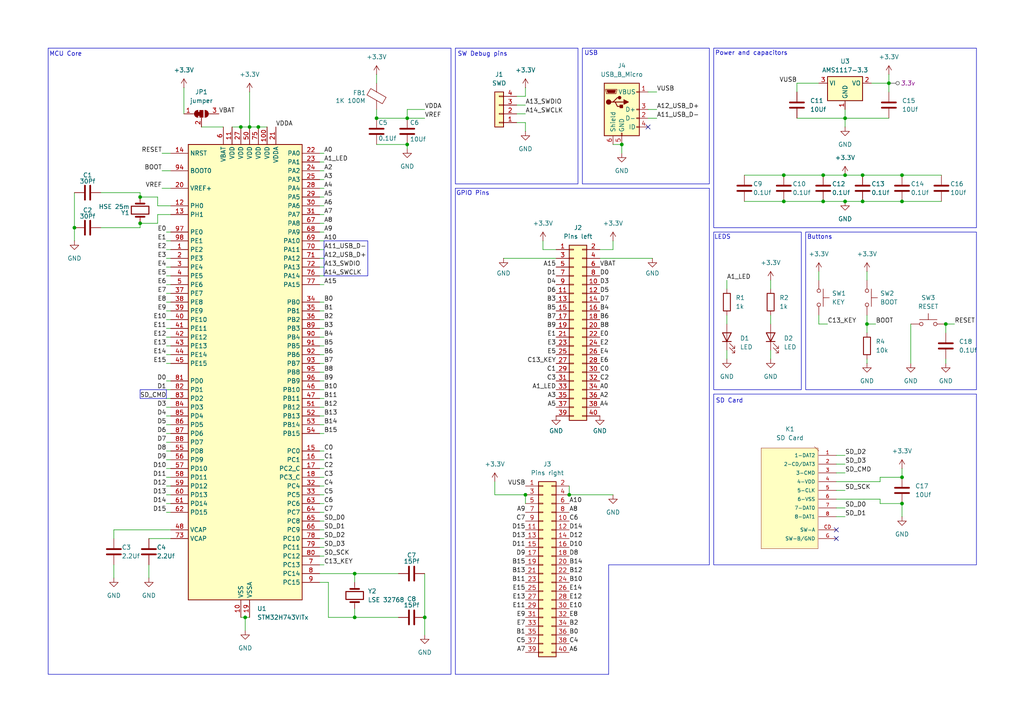
<source format=kicad_sch>
(kicad_sch (version 20231120) (generator "eeschema") (generator_version "8.0")
  (paper "A4")
  (title_block (title "DX743 CORE H7"))
  (lib_symbols
    (symbol "112J-TDAR-R01:112J-TDAR-R01" (pin_names (offset 1.016))
      (property "Reference" "K" (at 0 0 0))
      (property "Value" "112J-TDAR-R01" (at 0 0 0))
      (symbol "112J-TDAR-R01_0_0"
        (pin bidirectional line (at 11.43 12.7 180) (length 5.08) (name "1-DAT2") (number "1"))
        (pin bidirectional line (at 11.43 10.16 180) (length 5.08) (name "2-CD/DAT3") (number "2"))
        (pin bidirectional line (at 11.43 7.62 180) (length 5.08) (name "3-CMD") (number "3"))
        (pin bidirectional line (at 11.43 5.08 180) (length 5.08) (name "4-VDD") (number "4"))
        (pin bidirectional line (at 11.43 2.54 180) (length 5.08) (name "5-CLK") (number "5"))
        (pin bidirectional line (at 11.43 0 180) (length 5.08) (name "6-VSS") (number "6"))
        (pin bidirectional line (at 11.43 -2.54 180) (length 5.08) (name "7-DAT0") (number "7"))
        (pin bidirectional line (at 11.43 -5.08 180) (length 5.08) (name "8-DAT1") (number "8"))
        (pin bidirectional line (at 11.43 -8.89 180) (length 5.08) (name "SW-A") (number "CD"))
        (pin bidirectional line (at 11.43 -11.43 180) (length 5.08) (name "SW-B/GND") (number "G"))
      )
    )
    (symbol "Connector:USB_B_Micro" (pin_names (offset 1.016))
      (property "Reference" "J" (at -5.08 11.43 0))
      (property "Value" "USB_B_Micro" (at -5.08 8.89 0))
      (symbol "USB_B_Micro_1_1"
        (pin power_out line (at 7.62 5.08 180) (length 2.54) (name "VBUS") (number "1"))
        (pin bidirectional line (at 7.62 -2.54 180) (length 2.54) (name "D-") (number "2"))
        (pin bidirectional line (at 7.62 0 180) (length 2.54) (name "D+") (number "3"))
        (pin passive line (at 7.62 -5.08 180) (length 2.54) (name "ID") (number "4"))
        (pin power_out line (at 0 -10.16 90) (length 2.54) (name "GND") (number "5"))
        (pin passive line (at -2.54 -10.16 90) (length 2.54) (name "Shield") (number "6"))
      )
    )
    (symbol "Connector_Generic:Conn_01x04" (pin_names (offset 1.016) hide)
      (property "Reference" "J" (at 0 5.08 0))
      (property "Value" "Conn_01x04" (at 0 -7.62 0))
      (symbol "Conn_01x04_1_1"
        (pin passive line (at -5.08 2.54 0) (length 3.81) (name "Pin_1") (number "1"))
        (pin passive line (at -5.08 0 0) (length 3.81) (name "Pin_2") (number "2"))
        (pin passive line (at -5.08 -2.54 0) (length 3.81) (name "Pin_3") (number "3"))
        (pin passive line (at -5.08 -5.08 0) (length 3.81) (name "Pin_4") (number "4"))
      )
    )
    (symbol "Connector_Generic:Conn_02x20_Odd_Even" (pin_names (offset 1.016) hide)
      (property "Reference" "J" (at 1.27 25.4 0))
      (property "Value" "Conn_02x20_Odd_Even" (at 1.27 -27.94 0))
      (symbol "Conn_02x20_Odd_Even_1_1"
        (pin passive line (at -5.08 22.86 0) (length 3.81) (name "Pin_1") (number "1"))
        (pin passive line (at 7.62 12.7 180) (length 3.81) (name "Pin_10") (number "10"))
        (pin passive line (at -5.08 10.16 0) (length 3.81) (name "Pin_11") (number "11"))
        (pin passive line (at 7.62 10.16 180) (length 3.81) (name "Pin_12") (number "12"))
        (pin passive line (at -5.08 7.62 0) (length 3.81) (name "Pin_13") (number "13"))
        (pin passive line (at 7.62 7.62 180) (length 3.81) (name "Pin_14") (number "14"))
        (pin passive line (at -5.08 5.08 0) (length 3.81) (name "Pin_15") (number "15"))
        (pin passive line (at 7.62 5.08 180) (length 3.81) (name "Pin_16") (number "16"))
        (pin passive line (at -5.08 2.54 0) (length 3.81) (name "Pin_17") (number "17"))
        (pin passive line (at 7.62 2.54 180) (length 3.81) (name "Pin_18") (number "18"))
        (pin passive line (at -5.08 0 0) (length 3.81) (name "Pin_19") (number "19"))
        (pin passive line (at 7.62 22.86 180) (length 3.81) (name "Pin_2") (number "2"))
        (pin passive line (at 7.62 0 180) (length 3.81) (name "Pin_20") (number "20"))
        (pin passive line (at -5.08 -2.54 0) (length 3.81) (name "Pin_21") (number "21"))
        (pin passive line (at 7.62 -2.54 180) (length 3.81) (name "Pin_22") (number "22"))
        (pin passive line (at -5.08 -5.08 0) (length 3.81) (name "Pin_23") (number "23"))
        (pin passive line (at 7.62 -5.08 180) (length 3.81) (name "Pin_24") (number "24"))
        (pin passive line (at -5.08 -7.62 0) (length 3.81) (name "Pin_25") (number "25"))
        (pin passive line (at 7.62 -7.62 180) (length 3.81) (name "Pin_26") (number "26"))
        (pin passive line (at -5.08 -10.16 0) (length 3.81) (name "Pin_27") (number "27"))
        (pin passive line (at 7.62 -10.16 180) (length 3.81) (name "Pin_28") (number "28"))
        (pin passive line (at -5.08 -12.7 0) (length 3.81) (name "Pin_29") (number "29"))
        (pin passive line (at -5.08 20.32 0) (length 3.81) (name "Pin_3") (number "3"))
        (pin passive line (at 7.62 -12.7 180) (length 3.81) (name "Pin_30") (number "30"))
        (pin passive line (at -5.08 -15.24 0) (length 3.81) (name "Pin_31") (number "31"))
        (pin passive line (at 7.62 -15.24 180) (length 3.81) (name "Pin_32") (number "32"))
        (pin passive line (at -5.08 -17.78 0) (length 3.81) (name "Pin_33") (number "33"))
        (pin passive line (at 7.62 -17.78 180) (length 3.81) (name "Pin_34") (number "34"))
        (pin passive line (at -5.08 -20.32 0) (length 3.81) (name "Pin_35") (number "35"))
        (pin passive line (at 7.62 -20.32 180) (length 3.81) (name "Pin_36") (number "36"))
        (pin passive line (at -5.08 -22.86 0) (length 3.81) (name "Pin_37") (number "37"))
        (pin passive line (at 7.62 -22.86 180) (length 3.81) (name "Pin_38") (number "38"))
        (pin passive line (at -5.08 -25.4 0) (length 3.81) (name "Pin_39") (number "39"))
        (pin passive line (at 7.62 20.32 180) (length 3.81) (name "Pin_4") (number "4"))
        (pin passive line (at 7.62 -25.4 180) (length 3.81) (name "Pin_40") (number "40"))
        (pin passive line (at -5.08 17.78 0) (length 3.81) (name "Pin_5") (number "5"))
        (pin passive line (at 7.62 17.78 180) (length 3.81) (name "Pin_6") (number "6"))
        (pin passive line (at -5.08 15.24 0) (length 3.81) (name "Pin_7") (number "7"))
        (pin passive line (at 7.62 15.24 180) (length 3.81) (name "Pin_8") (number "8"))
        (pin passive line (at -5.08 12.7 0) (length 3.81) (name "Pin_9") (number "9"))
      )
    )
    (symbol "Device:C" (pin_numbers hide) (pin_names (offset 0.254))
      (property "Reference" "C" (at 0.635 2.54 0))
      (property "Value" "C" (at 0.635 -2.54 0))
      (symbol "C_1_1"
        (pin passive line (at 0 3.81 270) (length 2.794) (name "~") (number "1"))
        (pin passive line (at 0 -3.81 90) (length 2.794) (name "~") (number "2"))
      )
    )
    (symbol "Device:Crystal" (pin_numbers hide) (pin_names (offset 1.016) hide)
      (property "Reference" "Y" (at 0 3.81 0))
      (property "Value" "Crystal" (at 0 -3.81 0))
      (symbol "Crystal_1_1"
        (pin passive line (at -3.81 0 0) (length 1.27) (name "1") (number "1"))
        (pin passive line (at 3.81 0 180) (length 1.27) (name "2") (number "2"))
      )
    )
    (symbol "Device:FerriteBead" (pin_numbers hide) (pin_names (offset 0))
      (property "Reference" "FB" (at -3.81 0.635 90))
      (property "Value" "FerriteBead" (at 3.81 0 90))
      (symbol "FerriteBead_1_1"
        (pin passive line (at 0 3.81 270) (length 2.54) (name "~") (number "1"))
        (pin passive line (at 0 -3.81 90) (length 2.54) (name "~") (number "2"))
      )
    )
    (symbol "Device:LED" (pin_numbers hide) (pin_names (offset 1.016) hide)
      (property "Reference" "D" (at 0 2.54 0))
      (property "Value" "LED" (at 0 -2.54 0))
      (symbol "LED_1_1"
        (pin passive line (at -3.81 0 0) (length 2.54) (name "K") (number "1"))
        (pin passive line (at 3.81 0 180) (length 2.54) (name "A") (number "2"))
      )
    )
    (symbol "Device:R" (pin_numbers hide) (pin_names (offset 0))
      (property "Reference" "R" (at 2.032 0 90))
      (property "Value" "R" (at 0 0 90))
      (symbol "R_1_1"
        (pin passive line (at 0 3.81 270) (length 1.27) (name "~") (number "1"))
        (pin passive line (at 0 -3.81 90) (length 1.27) (name "~") (number "2"))
      )
    )
    (symbol "Jumper:SolderJumper_3_Bridged12" (pin_names (offset 0) hide)
      (property "Reference" "JP" (at -2.54 -2.54 0))
      (property "Value" "SolderJumper_3_Bridged12" (at 0 2.794 0))
      (symbol "SolderJumper_3_Bridged12_1_1"
        (pin passive line (at -5.08 0 0) (length 2.54) (name "A") (number "1"))
        (pin passive line (at 0 -3.81 90) (length 2.54) (name "C") (number "2"))
        (pin passive line (at 5.08 0 180) (length 2.54) (name "B") (number "3"))
      )
    )
    (symbol "MCU_ST_STM32H7:STM32H743VITx"
      (property "Reference" "U" (at -15.24 67.31 0))
      (property "Value" "STM32H743VITx" (at 12.7 67.31 0))
      (symbol "STM32H743VITx_1_1"
        (pin bidirectional line (at -20.32 35.56 0) (length 5.08) (name "PE2") (number "1"))
        (pin power_in line (at 0 -71.12 90) (length 5.08) (name "VSS") (number "10"))
        (pin power_in line (at 7.62 71.12 270) (length 5.08) (name "VDD") (number "100"))
        (pin power_in line (at -2.54 71.12 270) (length 5.08) (name "VDD") (number "11"))
        (pin bidirectional line (at -20.32 48.26 0) (length 5.08) (name "PH0") (number "12"))
        (pin bidirectional line (at -20.32 45.72 0) (length 5.08) (name "PH1") (number "13"))
        (pin input line (at -20.32 63.5 0) (length 5.08) (name "NRST") (number "14"))
        (pin bidirectional line (at 22.86 -22.86 180) (length 5.08) (name "PC0") (number "15"))
        (pin bidirectional line (at 22.86 -25.4 180) (length 5.08) (name "PC1") (number "16"))
        (pin bidirectional line (at 22.86 -27.94 180) (length 5.08) (name "PC2_C") (number "17"))
        (pin bidirectional line (at 22.86 -30.48 180) (length 5.08) (name "PC3_C") (number "18"))
        (pin power_in line (at 2.54 -71.12 90) (length 5.08) (name "VSSA") (number "19"))
        (pin bidirectional line (at -20.32 33.02 0) (length 5.08) (name "PE3") (number "2"))
        (pin input line (at -20.32 53.34 0) (length 5.08) (name "VREF+") (number "20"))
        (pin power_in line (at 10.16 71.12 270) (length 5.08) (name "VDDA") (number "21"))
        (pin bidirectional line (at 22.86 63.5 180) (length 5.08) (name "PA0") (number "22"))
        (pin bidirectional line (at 22.86 60.96 180) (length 5.08) (name "PA1") (number "23"))
        (pin bidirectional line (at 22.86 58.42 180) (length 5.08) (name "PA2") (number "24"))
        (pin bidirectional line (at 22.86 55.88 180) (length 5.08) (name "PA3") (number "25"))
        (pin passive line (at 0 -71.12 90) (length 5.08) hide (name "VSS") (number "26"))
        (pin power_in line (at 0 71.12 270) (length 5.08) (name "VDD") (number "27"))
        (pin bidirectional line (at 22.86 53.34 180) (length 5.08) (name "PA4") (number "28"))
        (pin bidirectional line (at 22.86 50.8 180) (length 5.08) (name "PA5") (number "29"))
        (pin bidirectional line (at -20.32 30.48 0) (length 5.08) (name "PE4") (number "3"))
        (pin bidirectional line (at 22.86 48.26 180) (length 5.08) (name "PA6") (number "30"))
        (pin bidirectional line (at 22.86 45.72 180) (length 5.08) (name "PA7") (number "31"))
        (pin bidirectional line (at 22.86 -33.02 180) (length 5.08) (name "PC4") (number "32"))
        (pin bidirectional line (at 22.86 -35.56 180) (length 5.08) (name "PC5") (number "33"))
        (pin bidirectional line (at 22.86 20.32 180) (length 5.08) (name "PB0") (number "34"))
        (pin bidirectional line (at 22.86 17.78 180) (length 5.08) (name "PB1") (number "35"))
        (pin bidirectional line (at 22.86 15.24 180) (length 5.08) (name "PB2") (number "36"))
        (pin bidirectional line (at -20.32 22.86 0) (length 5.08) (name "PE7") (number "37"))
        (pin bidirectional line (at -20.32 20.32 0) (length 5.08) (name "PE8") (number "38"))
        (pin bidirectional line (at -20.32 17.78 0) (length 5.08) (name "PE9") (number "39"))
        (pin bidirectional line (at -20.32 27.94 0) (length 5.08) (name "PE5") (number "4"))
        (pin bidirectional line (at -20.32 15.24 0) (length 5.08) (name "PE10") (number "40"))
        (pin bidirectional line (at -20.32 12.7 0) (length 5.08) (name "PE11") (number "41"))
        (pin bidirectional line (at -20.32 10.16 0) (length 5.08) (name "PE12") (number "42"))
        (pin bidirectional line (at -20.32 7.62 0) (length 5.08) (name "PE13") (number "43"))
        (pin bidirectional line (at -20.32 5.08 0) (length 5.08) (name "PE14") (number "44"))
        (pin bidirectional line (at -20.32 2.54 0) (length 5.08) (name "PE15") (number "45"))
        (pin bidirectional line (at 22.86 -5.08 180) (length 5.08) (name "PB10") (number "46"))
        (pin bidirectional line (at 22.86 -7.62 180) (length 5.08) (name "PB11") (number "47"))
        (pin power_out line (at -20.32 -45.72 0) (length 5.08) (name "VCAP") (number "48"))
        (pin passive line (at 0 -71.12 90) (length 5.08) hide (name "VSS") (number "49"))
        (pin bidirectional line (at -20.32 25.4 0) (length 5.08) (name "PE6") (number "5"))
        (pin power_in line (at 2.54 71.12 270) (length 5.08) (name "VDD") (number "50"))
        (pin bidirectional line (at 22.86 -10.16 180) (length 5.08) (name "PB12") (number "51"))
        (pin bidirectional line (at 22.86 -12.7 180) (length 5.08) (name "PB13") (number "52"))
        (pin bidirectional line (at 22.86 -15.24 180) (length 5.08) (name "PB14") (number "53"))
        (pin bidirectional line (at 22.86 -17.78 180) (length 5.08) (name "PB15") (number "54"))
        (pin bidirectional line (at -20.32 -22.86 0) (length 5.08) (name "PD8") (number "55"))
        (pin bidirectional line (at -20.32 -25.4 0) (length 5.08) (name "PD9") (number "56"))
        (pin bidirectional line (at -20.32 -27.94 0) (length 5.08) (name "PD10") (number "57"))
        (pin bidirectional line (at -20.32 -30.48 0) (length 5.08) (name "PD11") (number "58"))
        (pin bidirectional line (at -20.32 -33.02 0) (length 5.08) (name "PD12") (number "59"))
        (pin power_in line (at -5.08 71.12 270) (length 5.08) (name "VBAT") (number "6"))
        (pin bidirectional line (at -20.32 -35.56 0) (length 5.08) (name "PD13") (number "60"))
        (pin bidirectional line (at -20.32 -38.1 0) (length 5.08) (name "PD14") (number "61"))
        (pin bidirectional line (at -20.32 -40.64 0) (length 5.08) (name "PD15") (number "62"))
        (pin bidirectional line (at 22.86 -38.1 180) (length 5.08) (name "PC6") (number "63"))
        (pin bidirectional line (at 22.86 -40.64 180) (length 5.08) (name "PC7") (number "64"))
        (pin bidirectional line (at 22.86 -43.18 180) (length 5.08) (name "PC8") (number "65"))
        (pin bidirectional line (at 22.86 -45.72 180) (length 5.08) (name "PC9") (number "66"))
        (pin bidirectional line (at 22.86 43.18 180) (length 5.08) (name "PA8") (number "67"))
        (pin bidirectional line (at 22.86 40.64 180) (length 5.08) (name "PA9") (number "68"))
        (pin bidirectional line (at 22.86 38.1 180) (length 5.08) (name "PA10") (number "69"))
        (pin bidirectional line (at 22.86 -55.88 180) (length 5.08) (name "PC13") (number "7"))
        (pin bidirectional line (at 22.86 35.56 180) (length 5.08) (name "PA11") (number "70"))
        (pin bidirectional line (at 22.86 33.02 180) (length 5.08) (name "PA12") (number "71"))
        (pin bidirectional line (at 22.86 30.48 180) (length 5.08) (name "PA13") (number "72"))
        (pin power_out line (at -20.32 -48.26 0) (length 5.08) (name "VCAP") (number "73"))
        (pin passive line (at 0 -71.12 90) (length 5.08) hide (name "VSS") (number "74"))
        (pin power_in line (at 5.08 71.12 270) (length 5.08) (name "VDD") (number "75"))
        (pin bidirectional line (at 22.86 27.94 180) (length 5.08) (name "PA14") (number "76"))
        (pin bidirectional line (at 22.86 25.4 180) (length 5.08) (name "PA15") (number "77"))
        (pin bidirectional line (at 22.86 -48.26 180) (length 5.08) (name "PC10") (number "78"))
        (pin bidirectional line (at 22.86 -50.8 180) (length 5.08) (name "PC11") (number "79"))
        (pin bidirectional line (at 22.86 -58.42 180) (length 5.08) (name "PC14") (number "8"))
        (pin bidirectional line (at 22.86 -53.34 180) (length 5.08) (name "PC12") (number "80"))
        (pin bidirectional line (at -20.32 -2.54 0) (length 5.08) (name "PD0") (number "81"))
        (pin bidirectional line (at -20.32 -5.08 0) (length 5.08) (name "PD1") (number "82"))
        (pin bidirectional line (at -20.32 -7.62 0) (length 5.08) (name "PD2") (number "83"))
        (pin bidirectional line (at -20.32 -10.16 0) (length 5.08) (name "PD3") (number "84"))
        (pin bidirectional line (at -20.32 -12.7 0) (length 5.08) (name "PD4") (number "85"))
        (pin bidirectional line (at -20.32 -15.24 0) (length 5.08) (name "PD5") (number "86"))
        (pin bidirectional line (at -20.32 -17.78 0) (length 5.08) (name "PD6") (number "87"))
        (pin bidirectional line (at -20.32 -20.32 0) (length 5.08) (name "PD7") (number "88"))
        (pin bidirectional line (at 22.86 12.7 180) (length 5.08) (name "PB3") (number "89"))
        (pin bidirectional line (at 22.86 -60.96 180) (length 5.08) (name "PC15") (number "9"))
        (pin bidirectional line (at 22.86 10.16 180) (length 5.08) (name "PB4") (number "90"))
        (pin bidirectional line (at 22.86 7.62 180) (length 5.08) (name "PB5") (number "91"))
        (pin bidirectional line (at 22.86 5.08 180) (length 5.08) (name "PB6") (number "92"))
        (pin bidirectional line (at 22.86 2.54 180) (length 5.08) (name "PB7") (number "93"))
        (pin input line (at -20.32 58.42 0) (length 5.08) (name "BOOT0") (number "94"))
        (pin bidirectional line (at 22.86 0 180) (length 5.08) (name "PB8") (number "95"))
        (pin bidirectional line (at 22.86 -2.54 180) (length 5.08) (name "PB9") (number "96"))
        (pin bidirectional line (at -20.32 40.64 0) (length 5.08) (name "PE0") (number "97"))
        (pin bidirectional line (at -20.32 38.1 0) (length 5.08) (name "PE1") (number "98"))
        (pin passive line (at 0 -71.12 90) (length 5.08) hide (name "VSS") (number "99"))
      )
    )
    (symbol "Regulator_Linear:AMS1117-3.3"
      (property "Reference" "U" (at -3.81 3.175 0))
      (property "Value" "AMS1117-3.3" (at 0 3.175 0))
      (symbol "AMS1117-3.3_1_1"
        (pin power_in line (at 0 -7.62 90) (length 2.54) (name "GND") (number "1"))
        (pin power_out line (at 7.62 0 180) (length 2.54) (name "VO") (number "2"))
        (pin power_in line (at -7.62 0 0) (length 2.54) (name "VI") (number "3"))
      )
    )
    (symbol "Switch:SW_Push" (pin_numbers hide) (pin_names (offset 1.016) hide)
      (property "Reference" "SW" (at 1.27 2.54 0))
      (property "Value" "SW_Push" (at 0 -1.524 0))
      (symbol "SW_Push_0_1"
        (pin passive line (at -5.08 0 0) (length 2.54) (name "1") (number "1"))
        (pin passive line (at 5.08 0 180) (length 2.54) (name "2") (number "2"))
      )
    )
    (symbol "power:+3.3V" (power) (pin_numbers hide) (pin_names (offset 0) hide)
      (property "Value" "+3.3V" (at 0 3.556 0))
      (symbol "+3.3V_1_1"
        (pin power_in line (at 0 0 90) (length 0) (name "~") (number "1"))
      )
    )
    (symbol "power:GND" (power) (pin_numbers hide) (pin_names (offset 0) hide)
      (property "Value" "GND" (at 0 -3.81 0))
      (symbol "GND_1_1"
        (pin power_in line (at 0 0 270) (length 0) (name "~") (number "1"))
      )
    )
  )
  (junction (at 74.93 36.83))
  (junction (at 69.85 36.83))
  (junction (at 245.11 58.42))
  (junction (at 250.19 58.42))
  (junction (at 72.39 36.83))
  (junction (at 257.81 24.13))
  (junction (at 102.87 179.07))
  (junction (at 238.76 50.8))
  (junction (at 123.19 179.07))
  (junction (at 274.32 93.98))
  (junction (at 109.22 34.29))
  (junction (at 261.62 58.42))
  (junction (at 180.34 41.91))
  (junction (at 227.33 58.42))
  (junction (at 245.11 50.8))
  (junction (at 238.76 58.42))
  (junction (at 245.11 34.29))
  (junction (at 152.4 143.51))
  (junction (at 261.62 146.05))
  (junction (at 21.59 66.04))
  (junction (at 165.1 143.51))
  (junction (at 261.62 138.43))
  (junction (at 227.33 50.8))
  (junction (at 250.19 50.8))
  (junction (at 251.46 93.98))
  (junction (at 71.12 179.07))
  (junction (at 261.62 50.8))
  (junction (at 40.64 57.15))
  (junction (at 118.11 41.91))
  (junction (at 102.87 166.37))
  (junction (at 40.64 64.77))
  (junction (at 118.11 34.29))
  (no_connect (at 242.57 156.21))
  (no_connect (at 187.96 36.83))
  (no_connect (at 242.57 153.67))
  (wire (pts (xy 255.27 139.7) (xy 242.57 139.7)))
  (wire (pts (xy 67.31 36.83) (xy 69.85 36.83)))
  (wire (pts (xy 45.72 59.69) (xy 45.72 57.15)))
  (wire (pts (xy 152.4 27.94) (xy 152.4 25.4)))
  (wire (pts (xy 48.26 80.01) (xy 49.53 80.01)))
  (wire (pts (xy 43.18 156.21) (xy 49.53 156.21)))
  (wire (pts (xy 118.11 43.18) (xy 118.11 41.91)))
  (polyline (pts (xy 176.53 163.83) (xy 176.53 195.58)))
  (wire (pts (xy 93.98 113.03) (xy 92.71 113.03)))
  (wire (pts (xy 48.26 148.59) (xy 49.53 148.59)))
  (wire (pts (xy 48.26 140.97) (xy 49.53 140.97)))
  (wire (pts (xy 93.98 95.25) (xy 92.71 95.25)))
  (wire (pts (xy 149.86 30.48) (xy 152.4 30.48)))
  (wire (pts (xy 210.82 104.14) (xy 210.82 101.6)))
  (wire (pts (xy 48.26 118.11) (xy 49.53 118.11)))
  (wire (pts (xy 93.98 69.85) (xy 92.71 69.85)))
  (wire (pts (xy 48.26 87.63) (xy 49.53 87.63)))
  (wire (pts (xy 48.26 72.39) (xy 49.53 72.39)))
  (wire (pts (xy 274.32 93.98) (xy 274.32 96.52)))
  (wire (pts (xy 93.98 87.63) (xy 92.71 87.63)))
  (wire (pts (xy 149.86 27.94) (xy 152.4 27.94)))
  (wire (pts (xy 242.57 149.86) (xy 245.11 149.86)))
  (wire (pts (xy 48.26 92.71) (xy 49.53 92.71)))
  (wire (pts (xy 93.98 110.49) (xy 92.71 110.49)))
  (polyline (pts (xy 205.74 163.83) (xy 176.53 163.83)))
  (wire (pts (xy 48.26 90.17) (xy 49.53 90.17)))
  (wire (pts (xy 93.98 59.69) (xy 92.71 59.69)))
  (wire (pts (xy 93.98 100.33) (xy 92.71 100.33)))
  (wire (pts (xy 261.62 135.89) (xy 261.62 138.43)))
  (wire (pts (xy 238.76 58.42) (xy 245.11 58.42)))
  (wire (pts (xy 93.98 115.57) (xy 92.71 115.57)))
  (wire (pts (xy 58.42 36.83) (xy 64.77 36.83)))
  (wire (pts (xy 29.21 55.88) (xy 40.64 55.88)))
  (wire (pts (xy 210.82 81.28) (xy 210.82 83.82)))
  (wire (pts (xy 92.71 158.75) (xy 93.98 158.75)))
  (polyline (pts (xy 132.08 195.58) (xy 176.53 195.58)))
  (wire (pts (xy 48.26 110.49) (xy 49.53 110.49)))
  (wire (pts (xy 102.87 179.07) (xy 115.57 179.07)))
  (wire (pts (xy 245.11 36.83) (xy 245.11 34.29)))
  (wire (pts (xy 274.32 93.98) (xy 276.86 93.98)))
  (wire (pts (xy 115.57 166.37) (xy 102.87 166.37)))
  (wire (pts (xy 93.98 138.43) (xy 92.71 138.43)))
  (wire (pts (xy 245.11 137.16) (xy 242.57 137.16)))
  (wire (pts (xy 210.82 91.44) (xy 210.82 93.98)))
  (wire (pts (xy 177.8 143.51) (xy 165.1 143.51)))
  (wire (pts (xy 123.19 166.37) (xy 123.19 179.07)))
  (wire (pts (xy 93.98 148.59) (xy 92.71 148.59)))
  (wire (pts (xy 245.11 134.62) (xy 242.57 134.62)))
  (wire (pts (xy 190.5 26.67) (xy 187.96 26.67)))
  (wire (pts (xy 149.86 35.56) (xy 152.4 35.56)))
  (wire (pts (xy 46.99 44.45) (xy 49.53 44.45)))
  (wire (pts (xy 109.22 41.91) (xy 118.11 41.91)))
  (wire (pts (xy 48.26 69.85) (xy 49.53 69.85)))
  (wire (pts (xy 274.32 105.41) (xy 274.32 104.14)))
  (wire (pts (xy 40.64 66.04) (xy 40.64 64.77)))
  (wire (pts (xy 95.25 179.07) (xy 102.87 179.07)))
  (wire (pts (xy 48.26 95.25) (xy 49.53 95.25)))
  (wire (pts (xy 93.98 49.53) (xy 92.71 49.53)))
  (wire (pts (xy 45.72 57.15) (xy 40.64 57.15)))
  (wire (pts (xy 245.11 58.42) (xy 250.19 58.42)))
  (wire (pts (xy 254 93.98) (xy 251.46 93.98)))
  (wire (pts (xy 177.8 41.91) (xy 180.34 41.91)))
  (wire (pts (xy 157.48 72.39) (xy 161.29 72.39)))
  (wire (pts (xy 48.26 120.65) (xy 49.53 120.65)))
  (wire (pts (xy 93.98 77.47) (xy 92.71 77.47)))
  (wire (pts (xy 238.76 50.8) (xy 245.11 50.8)))
  (wire (pts (xy 92.71 166.37) (xy 102.87 166.37)))
  (wire (pts (xy 109.22 31.75) (xy 109.22 34.29)))
  (wire (pts (xy 93.98 46.99) (xy 92.71 46.99)))
  (wire (pts (xy 93.98 72.39) (xy 92.71 72.39)))
  (wire (pts (xy 48.26 105.41) (xy 49.53 105.41)))
  (wire (pts (xy 251.46 78.74) (xy 251.46 81.28)))
  (wire (pts (xy 48.26 128.27) (xy 49.53 128.27)))
  (wire (pts (xy 149.86 33.02) (xy 152.4 33.02)))
  (wire (pts (xy 177.8 72.39) (xy 173.99 72.39)))
  (wire (pts (xy 242.57 132.08) (xy 245.11 132.08)))
  (wire (pts (xy 48.26 138.43) (xy 49.53 138.43)))
  (wire (pts (xy 93.98 74.93) (xy 92.71 74.93)))
  (wire (pts (xy 93.98 105.41) (xy 92.71 105.41)))
  (wire (pts (xy 92.71 168.91) (xy 95.25 168.91)))
  (wire (pts (xy 261.62 58.42) (xy 273.05 58.42)))
  (wire (pts (xy 257.81 21.59) (xy 257.81 24.13)))
  (wire (pts (xy 93.98 156.21) (xy 92.71 156.21)))
  (wire (pts (xy 255.27 146.05) (xy 261.62 146.05)))
  (wire (pts (xy 21.59 55.88) (xy 21.59 66.04)))
  (wire (pts (xy 45.72 59.69) (xy 49.53 59.69)))
  (wire (pts (xy 48.26 102.87) (xy 49.53 102.87)))
  (wire (pts (xy 123.19 31.75) (xy 118.11 31.75)))
  (wire (pts (xy 69.85 36.83) (xy 72.39 36.83)))
  (wire (pts (xy 227.33 58.42) (xy 238.76 58.42)))
  (wire (pts (xy 48.26 77.47) (xy 49.53 77.47)))
  (wire (pts (xy 93.98 130.81) (xy 92.71 130.81)))
  (wire (pts (xy 93.98 54.61) (xy 92.71 54.61)))
  (wire (pts (xy 48.26 97.79) (xy 49.53 97.79)))
  (wire (pts (xy 223.52 81.28) (xy 223.52 83.82)))
  (wire (pts (xy 48.26 85.09) (xy 49.53 85.09)))
  (wire (pts (xy 40.64 55.88) (xy 40.64 57.15)))
  (wire (pts (xy 242.57 142.24) (xy 245.11 142.24)))
  (wire (pts (xy 143.51 143.51) (xy 152.4 143.51)))
  (wire (pts (xy 93.98 120.65) (xy 92.71 120.65)))
  (wire (pts (xy 143.51 139.7) (xy 143.51 143.51)))
  (wire (pts (xy 43.18 167.64) (xy 43.18 163.83)))
  (wire (pts (xy 33.02 167.64) (xy 33.02 163.83)))
  (wire (pts (xy 48.26 146.05) (xy 49.53 146.05)))
  (wire (pts (xy 93.98 62.23) (xy 92.71 62.23)))
  (wire (pts (xy 146.05 74.93) (xy 161.29 74.93)))
  (wire (pts (xy 177.8 69.85) (xy 177.8 72.39)))
  (wire (pts (xy 93.98 82.55) (xy 92.71 82.55)))
  (wire (pts (xy 48.26 125.73) (xy 49.53 125.73)))
  (wire (pts (xy 93.98 143.51) (xy 92.71 143.51)))
  (wire (pts (xy 215.9 50.8) (xy 227.33 50.8)))
  (wire (pts (xy 74.93 36.83) (xy 77.47 36.83)))
  (wire (pts (xy 245.11 147.32) (xy 242.57 147.32)))
  (polyline (pts (xy 205.74 54.61) (xy 205.74 163.83)))
  (wire (pts (xy 180.34 44.45) (xy 180.34 41.91)))
  (wire (pts (xy 187.96 34.29) (xy 190.5 34.29)))
  (wire (pts (xy 242.57 144.78) (xy 255.27 144.78)))
  (wire (pts (xy 231.14 34.29) (xy 245.11 34.29)))
  (wire (pts (xy 21.59 66.04) (xy 21.59 69.85)))
  (wire (pts (xy 72.39 26.67) (xy 72.39 36.83)))
  (wire (pts (xy 48.26 143.51) (xy 49.53 143.51)))
  (wire (pts (xy 72.39 36.83) (xy 74.93 36.83)))
  (wire (pts (xy 245.11 34.29) (xy 257.81 34.29)))
  (wire (pts (xy 48.26 123.19) (xy 49.53 123.19)))
  (wire (pts (xy 187.96 31.75) (xy 190.5 31.75)))
  (wire (pts (xy 237.49 91.44) (xy 237.49 93.98)))
  (wire (pts (xy 93.98 67.31) (xy 92.71 67.31)))
  (wire (pts (xy 231.14 24.13) (xy 231.14 26.67)))
  (wire (pts (xy 45.72 62.23) (xy 45.72 64.77)))
  (polyline (pts (xy 132.08 195.58) (xy 132.08 54.61)))
  (wire (pts (xy 173.99 74.93) (xy 189.23 74.93)))
  (wire (pts (xy 118.11 34.29) (xy 109.22 34.29)))
  (wire (pts (xy 69.85 179.07) (xy 71.12 179.07)))
  (wire (pts (xy 45.72 64.77) (xy 40.64 64.77)))
  (wire (pts (xy 93.98 118.11) (xy 92.71 118.11)))
  (wire (pts (xy 245.11 50.8) (xy 250.19 50.8)))
  (wire (pts (xy 93.98 123.19) (xy 92.71 123.19)))
  (wire (pts (xy 95.25 168.91) (xy 95.25 179.07)))
  (wire (pts (xy 123.19 184.15) (xy 123.19 179.07)))
  (wire (pts (xy 48.26 133.35) (xy 49.53 133.35)))
  (wire (pts (xy 215.9 58.42) (xy 227.33 58.42)))
  (wire (pts (xy 251.46 93.98) (xy 251.46 96.52)))
  (wire (pts (xy 71.12 182.88) (xy 71.12 179.07)))
  (wire (pts (xy 71.12 179.07) (xy 72.39 179.07)))
  (wire (pts (xy 46.99 54.61) (xy 49.53 54.61)))
  (polyline (pts (xy 176.53 195.58) (xy 176.53 195.58)))
  (wire (pts (xy 93.98 80.01) (xy 92.71 80.01)))
  (wire (pts (xy 93.98 133.35) (xy 92.71 133.35)))
  (wire (pts (xy 93.98 135.89) (xy 92.71 135.89)))
  (wire (pts (xy 251.46 91.44) (xy 251.46 93.98)))
  (wire (pts (xy 45.72 62.23) (xy 49.53 62.23)))
  (wire (pts (xy 102.87 166.37) (xy 102.87 168.91)))
  (wire (pts (xy 255.27 138.43) (xy 255.27 139.7)))
  (wire (pts (xy 93.98 97.79) (xy 92.71 97.79)))
  (wire (pts (xy 48.26 82.55) (xy 49.53 82.55)))
  (wire (pts (xy 152.4 35.56) (xy 152.4 38.1)))
  (wire (pts (xy 48.26 130.81) (xy 49.53 130.81)))
  (wire (pts (xy 227.33 50.8) (xy 238.76 50.8)))
  (wire (pts (xy 48.26 74.93) (xy 49.53 74.93)))
  (wire (pts (xy 261.62 149.86) (xy 261.62 146.05)))
  (wire (pts (xy 93.98 52.07) (xy 92.71 52.07)))
  (wire (pts (xy 223.52 91.44) (xy 223.52 93.98)))
  (wire (pts (xy 240.03 93.98) (xy 237.49 93.98)))
  (wire (pts (xy 93.98 153.67) (xy 92.71 153.67)))
  (wire (pts (xy 123.19 34.29) (xy 118.11 34.29)))
  (wire (pts (xy 48.26 67.31) (xy 49.53 67.31)))
  (wire (pts (xy 49.53 153.67) (xy 33.02 153.67)))
  (wire (pts (xy 257.81 26.67) (xy 257.81 24.13)))
  (wire (pts (xy 48.26 100.33) (xy 49.53 100.33)))
  (wire (pts (xy 157.48 72.39) (xy 157.48 69.85)))
  (wire (pts (xy 93.98 146.05) (xy 92.71 146.05)))
  (wire (pts (xy 48.26 135.89) (xy 49.53 135.89)))
  (wire (pts (xy 245.11 31.75) (xy 245.11 34.29)))
  (wire (pts (xy 257.81 24.13) (xy 252.73 24.13)))
  (wire (pts (xy 251.46 105.41) (xy 251.46 104.14)))
  (wire (pts (xy 223.52 104.14) (xy 223.52 101.6)))
  (wire (pts (xy 29.21 66.04) (xy 40.64 66.04)))
  (wire (pts (xy 92.71 161.29) (xy 93.98 161.29)))
  (wire (pts (xy 231.14 24.13) (xy 237.49 24.13)))
  (wire (pts (xy 53.34 25.4) (xy 53.34 33.02)))
  (wire (pts (xy 109.22 24.13) (xy 109.22 21.59)))
  (wire (pts (xy 261.62 50.8) (xy 273.05 50.8)))
  (wire (pts (xy 250.19 58.42) (xy 261.62 58.42)))
  (wire (pts (xy 250.19 50.8) (xy 261.62 50.8)))
  (wire (pts (xy 93.98 151.13) (xy 92.71 151.13)))
  (wire (pts (xy 48.26 113.03) (xy 49.53 113.03)))
  (wire (pts (xy 237.49 78.74) (xy 237.49 81.28)))
  (wire (pts (xy 93.98 107.95) (xy 92.71 107.95)))
  (wire (pts (xy 93.98 102.87) (xy 92.71 102.87)))
  (wire (pts (xy 152.4 143.51) (xy 152.4 146.05)))
  (wire (pts (xy 102.87 176.53) (xy 102.87 179.07)))
  (wire (pts (xy 255.27 144.78) (xy 255.27 146.05)))
  (wire (pts (xy 46.99 49.53) (xy 49.53 49.53)))
  (wire (pts (xy 93.98 64.77) (xy 92.71 64.77)))
  (wire (pts (xy 93.98 125.73) (xy 92.71 125.73)))
  (wire (pts (xy 93.98 90.17) (xy 92.71 90.17)))
  (wire (pts (xy 261.62 138.43) (xy 255.27 138.43)))
  (wire (pts (xy 264.16 105.41) (xy 264.16 93.98)))
  (wire (pts (xy 93.98 57.15) (xy 92.71 57.15)))
  (wire (pts (xy 48.26 115.57) (xy 49.53 115.57)))
  (wire (pts (xy 93.98 92.71) (xy 92.71 92.71)))
  (wire (pts (xy 93.98 163.83) (xy 92.71 163.83)))
  (wire (pts (xy 165.1 140.97) (xy 165.1 143.51)))
  (wire (pts (xy 93.98 140.97) (xy 92.71 140.97)))
  (wire (pts (xy 118.11 31.75) (xy 118.11 34.29)))
  (wire (pts (xy 93.98 44.45) (xy 92.71 44.45)))
  (wire (pts (xy 33.02 153.67) (xy 33.02 156.21)))
  (polyline (pts (xy 132.08 54.61) (xy 205.74 54.61)))
  (rectangle (start 207.01 13.97) (end 283.21 66.04))
  (rectangle (start 168.91 13.97) (end 205.74 53.34))
  (rectangle (start 233.68 67.31) (end 283.21 113.03))
  (rectangle (start 40.64 113.03) (end 48.26 115.57))
  (rectangle (start 13.97 13.97) (end 130.81 195.58))
  (rectangle (start 132.08 13.97) (end 167.64 53.34))
  (rectangle (start 93.98 69.85) (end 106.68 80.01))
  (rectangle (start 207.01 67.31) (end 232.41 113.03))
  (rectangle (start 207.01 114.3) (end 283.21 163.83))
  (text "GPIO Pins" (at 137.16 56.134 0) (effects (font (size 1.27 1.27))))
  (text "MCU Core" (at 19.05 15.748 0) (effects (font (size 1.27 1.27))))
  (text "Buttons" (at 237.744 68.834 0) (effects (font (size 1.27 1.27))))
  (text "USB" (at 171.45 15.494 0) (effects (font (size 1.27 1.27))))
  (text "SD Card" (at 211.582 116.332 0) (effects (font (size 1.27 1.27))))
  (text "LEDS" (at 209.55 68.834 0) (effects (font (size 1.27 1.27))))
  (text "SW Debug pins" (at 139.954 15.748 0) (effects (font (size 1.27 1.27))))
  (text "Power and capacitors" (at 217.932 15.494 0) (effects (font (size 1.27 1.27))))
  (label "SD_CMD" (at 48.26 115.57 180))
  (label "E10" (at 165.1 176.53 0))
  (label "B8" (at 93.98 107.95 0))
  (label "C3" (at 161.29 110.49 180))
  (label "VDDA" (at 123.19 31.75 0))
  (label "A3" (at 161.29 115.57 180))
  (label "C13_KEY" (at 93.98 163.83 0))
  (label "VDDA" (at 80.01 36.83 0))
  (label "VBAT" (at 173.99 77.47 0))
  (label "E1" (at 161.29 97.79 180))
  (label "SD_D0" (at 245.11 147.32 0))
  (label "B12" (at 165.1 166.37 0))
  (label "A11_USB_D-" (at 190.5 34.29 0))
  (label "C7" (at 93.98 148.59 0))
  (label "A14_SWCLK" (at 152.4 33.02 0))
  (label "E8" (at 48.26 87.63 180))
  (label "RESET" (at 276.86 93.98 0))
  (label "A0" (at 93.98 44.45 0))
  (label "E13" (at 152.4 173.99 180))
  (label "E4" (at 173.99 102.87 0))
  (label "C0" (at 173.99 107.95 0))
  (label "A11_USB_D-" (at 93.98 72.39 0))
  (label "VBAT" (at 63.5 33.02 0))
  (label "B6" (at 173.99 92.71 0))
  (label "E6" (at 173.99 105.41 0))
  (label "A5" (at 93.98 57.15 0))
  (label "E1" (at 48.26 69.85 180))
  (label "B5" (at 161.29 90.17 180))
  (label "A13_SWDIO" (at 152.4 30.48 0))
  (label "B4" (at 173.99 90.17 0))
  (label "A10" (at 93.98 69.85 0))
  (label "E5" (at 161.29 102.87 180))
  (label "E10" (at 48.26 92.71 180))
  (label "A2" (at 93.98 49.53 0))
  (label "D14" (at 165.1 153.67 0))
  (label "A8" (at 165.1 148.59 0))
  (label "E7" (at 152.4 181.61 180))
  (label "E12" (at 48.26 97.79 180))
  (label "C13_KEY" (at 161.29 105.41 180))
  (label "A3" (at 93.98 52.07 0))
  (label "A1_LED" (at 93.98 46.99 0))
  (label "D6" (at 161.29 85.09 180))
  (label "C4" (at 165.1 186.69 0))
  (label "D9" (at 48.26 133.35 180))
  (label "E14" (at 165.1 171.45 0))
  (label "E0" (at 173.99 97.79 0))
  (label "C1" (at 93.98 133.35 0))
  (label "A7" (at 152.4 189.23 180))
  (label "E15" (at 48.26 105.41 180))
  (label "VREF" (at 46.99 54.61 180))
  (label "D4" (at 48.26 120.65 180))
  (label "B11" (at 152.4 168.91 180))
  (label "D3" (at 48.26 118.11 180))
  (label "E3" (at 161.29 100.33 180))
  (label "E13" (at 48.26 100.33 180))
  (label "A4" (at 173.99 118.11 0))
  (label "VUSB" (at 231.14 24.13 180))
  (label "B2" (at 93.98 92.71 0))
  (label "D0" (at 173.99 80.01 0))
  (label "D5" (at 173.99 85.09 0))
  (label "D14" (at 48.26 146.05 180))
  (label "B10" (at 93.98 113.03 0))
  (label "D12" (at 165.1 156.21 0))
  (label "B6" (at 93.98 102.87 0))
  (label "D4" (at 161.29 82.55 180))
  (label "SD_D1" (at 245.11 149.86 0))
  (label "D8" (at 165.1 161.29 0))
  (label "A7" (at 93.98 62.23 0))
  (label "D10" (at 165.1 158.75 0))
  (label "RESET" (at 46.99 44.45 180))
  (label "BOOT" (at 46.99 49.53 180))
  (label "SD_SCK" (at 93.98 161.29 0))
  (label "E4" (at 48.26 77.47 180))
  (label "D13" (at 152.4 156.21 180))
  (label "C5" (at 152.4 186.69 180))
  (label "D10" (at 48.26 135.89 180))
  (label "B1" (at 93.98 90.17 0))
  (label "E14" (at 48.26 102.87 180))
  (label "D11" (at 48.26 138.43 180))
  (label "B0" (at 165.1 184.15 0))
  (label "B10" (at 165.1 168.91 0))
  (label "C7" (at 152.4 151.13 180))
  (label "A1_LED" (at 161.29 113.03 180))
  (label "A2" (at 173.99 115.57 0))
  (label "D3" (at 173.99 82.55 0))
  (label "A14_SWCLK" (at 93.98 80.01 0))
  (label "B8" (at 173.99 95.25 0))
  (label "C6" (at 93.98 146.05 0))
  (label "A9" (at 93.98 67.31 0))
  (label "A10" (at 165.1 146.05 0))
  (label "C2" (at 93.98 135.89 0))
  (label "A0" (at 173.99 113.03 0))
  (label "VUSB" (at 190.5 26.67 0))
  (label "SD_D3" (at 93.98 158.75 0))
  (label "B2" (at 165.1 181.61 0))
  (label "D1" (at 48.26 113.03 180))
  (label "E7" (at 48.26 85.09 180))
  (label "B9" (at 161.29 95.25 180))
  (label "E11" (at 48.26 95.25 180))
  (label "B11" (at 93.98 115.57 0))
  (label "E12" (at 165.1 173.99 0))
  (label "C13_KEY" (at 240.03 93.98 0))
  (label "B5" (at 93.98 100.33 0))
  (label "B3" (at 161.29 87.63 180))
  (label "SD_D3" (at 245.11 134.62 0))
  (label "SD_D1" (at 93.98 153.67 0))
  (label "C0" (at 93.98 130.81 0))
  (label "B13" (at 152.4 166.37 180))
  (label "D7" (at 173.99 87.63 0))
  (label "D9" (at 152.4 161.29 180))
  (label "C2" (at 173.99 110.49 0))
  (label "A8" (at 93.98 64.77 0))
  (label "A5" (at 161.29 118.11 180))
  (label "A6" (at 93.98 59.69 0))
  (label "B4" (at 93.98 97.79 0))
  (label "E5" (at 48.26 80.01 180))
  (label "E6" (at 48.26 82.55 180))
  (label "C4" (at 93.98 140.97 0))
  (label "SD_D0" (at 93.98 151.13 0))
  (label "A4" (at 93.98 54.61 0))
  (label "D0" (at 48.26 110.49 180))
  (label "D15" (at 152.4 153.67 180))
  (label "E0" (at 48.26 67.31 180))
  (label "D8" (at 48.26 130.81 180))
  (label "B15" (at 93.98 125.73 0))
  (label "B3" (at 93.98 95.25 0))
  (label "B7" (at 161.29 92.71 180))
  (label "D12" (at 48.26 140.97 180))
  (label "B1" (at 152.4 184.15 180))
  (label "A9" (at 152.4 148.59 180))
  (label "E9" (at 152.4 179.07 180))
  (label "B14" (at 93.98 123.19 0))
  (label "A15" (at 93.98 82.55 0))
  (label "B0" (at 93.98 87.63 0))
  (label "D6" (at 48.26 125.73 180))
  (label "B9" (at 93.98 110.49 0))
  (label "D11" (at 152.4 158.75 180))
  (label "E8" (at 165.1 179.07 0))
  (label "E2" (at 48.26 72.39 180))
  (label "SD_D2" (at 245.11 132.08 0))
  (label "C6" (at 165.1 151.13 0))
  (label "E3" (at 48.26 74.93 180))
  (label "SD_CMD" (at 245.11 137.16 0))
  (label "C5" (at 93.98 143.51 0))
  (label "D1" (at 161.29 80.01 180))
  (label "A1_LED" (at 210.82 81.28 0))
  (label "A15" (at 161.29 77.47 180))
  (label "E2" (at 173.99 100.33 0))
  (label "E9" (at 48.26 90.17 180))
  (label "C1" (at 161.29 107.95 180))
  (label "B14" (at 165.1 163.83 0))
  (label "VREF" (at 123.19 34.29 0))
  (label "A13_SWDIO" (at 93.98 77.47 0))
  (label "E11" (at 152.4 176.53 180))
  (label "C3" (at 93.98 138.43 0))
  (label "D7" (at 48.26 128.27 180))
  (label "B7" (at 93.98 105.41 0))
  (label "B13" (at 93.98 120.65 0))
  (label "SD_D2" (at 93.98 156.21 0))
  (label "SD_SCK" (at 245.11 142.24 0))
  (label "A6" (at 165.1 189.23 0))
  (label "D13" (at 48.26 143.51 180))
  (label "E15" (at 152.4 171.45 180))
  (label "BOOT" (at 254 93.98 0))
  (label "A12_USB_D+" (at 93.98 74.93 0))
  (label "VUSB" (at 152.4 140.97 180))
  (label "B15" (at 152.4 163.83 180))
  (label "B12" (at 93.98 118.11 0))
  (label "A12_USB_D+" (at 190.5 31.75 0))
  (label "D15" (at 48.26 148.59 180))
  (label "D5" (at 48.26 123.19 180))
  (netclass_flag "" (length 2.54) (shape round) (at 257.81 24.13 270) (property "Netclass" "3.3v" (at 265.43 24.13 0) (effects (font (italic yes)) (justify right))))
  (symbol (lib_id "Connector_Generic:Conn_02x20_Odd_Even") (at 157.48 163.83 0) (unit 1)
    (property "Reference" "J3" (at 158.75 134.62 0))
    (property "Value" "Pins right" (at 158.75 137.16 0))
    (property "Footprint" "Connector_PinHeader_2.54mm:PinHeader_2x20_P2.54mm_Vertical" (effects (hide yes)))
    (property "Description" "Generic connector, double row, 02x20, odd/even pin numbering scheme (row 1 odd numbers, row 2 even numbers), script generated (kicad-library-utils/schlib/autogen/connector/)" (effects (hide yes)))
  )
  (symbol (lib_id "Device:C") (at 43.18 160.02 0) (unit 1)
    (property "Reference" "C4" (at 45.466 158.75 0) (effects (justify left)))
    (property "Value" "2.2Uf" (at 45.466 161.29 0) (effects (justify left)))
    (property "Footprint" "Capacitor_SMD:C_0603_1608Metric" (effects (hide yes)))
    (property "Description" "Unpolarized capacitor" (effects (hide yes)))
  )
  (symbol (lib_id "Device:C") (at 118.11 38.1 0) (unit 1)
    (property "Reference" "C6" (at 118.872 35.56 0) (effects (justify left)))
    (property "Value" "10Uf" (at 118.872 40.386 0) (effects (justify left)))
    (property "Footprint" "Capacitor_SMD:C_0805_2012Metric" (effects (hide yes)))
    (property "Description" "Unpolarized capacitor" (effects (hide yes)))
  )
  (symbol (lib_id "Device:R") (at 223.52 87.63 0) (unit 1)
    (property "Reference" "R2" (at 226.06 86.3599 0) (effects (justify left)))
    (property "Value" "1k" (at 226.06 88.8999 0) (effects (justify left)))
    (property "Footprint" "Resistor_SMD:R_0805_2012Metric" (effects (hide yes)))
    (property "Description" "Resistor" (effects (hide yes)))
  )
  (symbol (lib_id "112J-TDAR-R01:112J-TDAR-R01") (at 231.14 144.78 0) (unit 1)
    (property "Reference" "K1" (at 229.1216 124.46 0))
    (property "Value" "SD Card" (at 229.1216 127 0))
    (property "Footprint" "112J-TDAR-R01:112J-TDAR-R01" (effects (hide yes)))
    (property "MF" "Attend" (effects (hide yes)))
    (property "Description_1" "\n9 (8 + 1) Position Card Connector Secure Digital - microSD™ Surface Mount, Right Angle Gold\n" (effects (hide yes)))
    (property "Package" "None" (effects (hide yes)))
    (property "Price" "None" (effects (hide yes)))
    (property "SnapEDA_Link" "https://www.snapeda.com/parts/112J-TDAR-R01/Attend/view-part/?ref=snap" (effects (hide yes)))
    (property "MP" "112J-TDAR-R01" (effects (hide yes)))
    (property "Availability" "In Stock" (effects (hide yes)))
    (property "Check_prices" "https://www.snapeda.com/parts/112J-TDAR-R01/Attend/view-part/?ref=eda" (effects (hide yes)))
  )
  (symbol (lib_id "power:GND") (at 210.82 104.14 0) (unit 1)
    (property "Reference" "#PWR019" (effects (hide yes)))
    (property "Value" "GND" (at 210.82 109.22 0))
    (property "Description" "Power symbol creates a global label with name \"GND\" , ground" (effects (hide yes)))
  )
  (symbol (lib_id "power:GND") (at 146.05 74.93 0) (unit 1)
    (property "Reference" "#PWR010" (effects (hide yes)))
    (property "Value" "GND" (at 146.05 79.248 0))
    (property "Description" "Power symbol creates a global label with name \"GND\" , ground" (effects (hide yes)))
  )
  (symbol (lib_id "power:GND") (at 123.19 184.15 0) (unit 1)
    (property "Reference" "#PWR09" (effects (hide yes)))
    (property "Value" "GND" (at 123.19 189.23 0))
    (property "Description" "Power symbol creates a global label with name \"GND\" , ground" (effects (hide yes)))
  )
  (symbol (lib_id "power:GND") (at 261.62 149.86 0) (unit 1)
    (property "Reference" "#PWR034" (effects (hide yes)))
    (property "Value" "GND" (at 261.62 154.94 0))
    (property "Description" "Power symbol creates a global label with name \"GND\" , ground" (effects (hide yes)))
  )
  (symbol (lib_id "power:+3.3V") (at 177.8 69.85 0) (unit 1)
    (property "Reference" "#PWR015" (effects (hide yes)))
    (property "Value" "+3.3V" (at 177.8 64.77 0))
    (property "Description" "Power symbol creates a global label with name \"+3.3V\"" (effects (hide yes)))
  )
  (symbol (lib_id "power:+3.3V") (at 109.22 21.59 0) (unit 1)
    (property "Reference" "#PWR07" (effects (hide yes)))
    (property "Value" "+3.3V" (at 109.22 16.51 0))
    (property "Description" "Power symbol creates a global label with name \"+3.3V\"" (effects (hide yes)))
  )
  (symbol (lib_id "power:+3.3V") (at 261.62 135.89 0) (unit 1)
    (property "Reference" "#PWR033" (effects (hide yes)))
    (property "Value" "+3.3V" (at 261.62 130.81 0))
    (property "Description" "Power symbol creates a global label with name \"+3.3V\"" (effects (hide yes)))
  )
  (symbol (lib_id "power:GND") (at 245.11 36.83 0) (unit 1)
    (property "Reference" "#PWR026" (effects (hide yes)))
    (property "Value" "GND" (at 245.11 41.91 0))
    (property "Description" "Power symbol creates a global label with name \"GND\" , ground" (effects (hide yes)))
  )
  (symbol (lib_id "Device:C") (at 274.32 100.33 0) (unit 1)
    (property "Reference" "C18" (at 278.13 99.0599 0) (effects (justify left)))
    (property "Value" "0.1Uf" (at 278.13 101.5999 0) (effects (justify left)))
    (property "Footprint" "Capacitor_SMD:C_0603_1608Metric" (effects (hide yes)))
    (property "Description" "Unpolarized capacitor" (effects (hide yes)))
  )
  (symbol (lib_id "Jumper:SolderJumper_3_Bridged12") (at 58.42 33.02 0) (unit 1)
    (property "Reference" "JP1" (at 58.42 26.67 0))
    (property "Value" "jumper" (at 58.42 29.21 0))
    (property "Footprint" "Jumper:SolderJumper-3_P1.3mm_Bridged12_Pad1.0x1.5mm" (effects (hide yes)))
    (property "Description" "3-pole Solder Jumper, pins 1+2 closed/bridged" (effects (hide yes)))
  )
  (symbol (lib_id "power:+3.3V") (at 237.49 78.74 0) (unit 1)
    (property "Reference" "#PWR024" (effects (hide yes)))
    (property "Value" "+3.3V" (at 237.49 73.66 0))
    (property "Description" "Power symbol creates a global label with name \"+3.3V\"" (effects (hide yes)))
  )
  (symbol (lib_id "power:GND") (at 21.59 69.85 0) (unit 1)
    (property "Reference" "#PWR01" (effects (hide yes)))
    (property "Value" "GND" (at 21.59 74.93 0))
    (property "Description" "Power symbol creates a global label with name \"GND\" , ground" (effects (hide yes)))
  )
  (symbol (lib_id "power:GND") (at 173.99 120.65 0) (unit 1)
    (property "Reference" "#PWR021" (effects (hide yes)))
    (property "Value" "GND" (at 173.99 124.968 0))
    (property "Description" "Power symbol creates a global label with name \"GND\" , ground" (effects (hide yes)))
  )
  (symbol (lib_id "Switch:SW_Push") (at 251.46 86.36 270) (unit 1)
    (property "Reference" "SW2" (at 255.27 85.0899 90) (effects (justify left)))
    (property "Value" "BOOT" (at 255.27 87.6299 90) (effects (justify left)))
    (property "Footprint" "Button_Switch_SMD:SW_Push_SPST_NO_Alps_SKRK" (effects (hide yes)))
    (property "Description" "Push button switch, generic, two pins" (effects (hide yes)))
  )
  (symbol (lib_id "power:+3.3V") (at 257.81 21.59 0) (unit 1)
    (property "Reference" "#PWR031" (effects (hide yes)))
    (property "Value" "+3.3V" (at 257.81 16.51 0))
    (property "Description" "Power symbol creates a global label with name \"+3.3V\"" (effects (hide yes)))
  )
  (symbol (lib_id "Device:C") (at 261.62 54.61 0) (unit 1)
    (property "Reference" "C14" (at 264.16 53.34 0) (effects (justify left)))
    (property "Value" "0.1Uf" (at 264.16 55.88 0) (effects (justify left)))
    (property "Footprint" "Capacitor_SMD:C_0603_1608Metric" (effects (hide yes)))
    (property "Description" "Unpolarized capacitor" (effects (hide yes)))
  )
  (symbol (lib_id "Switch:SW_Push") (at 237.49 86.36 270) (unit 1)
    (property "Reference" "SW1" (at 241.3 85.0899 90) (effects (justify left)))
    (property "Value" "KEY" (at 241.3 87.6299 90) (effects (justify left)))
    (property "Footprint" "Button_Switch_SMD:SW_Push_SPST_NO_Alps_SKRK" (effects (hide yes)))
    (property "Description" "Push button switch, generic, two pins" (effects (hide yes)))
  )
  (symbol (lib_id "Device:C") (at 119.38 179.07 90) (unit 1)
    (property "Reference" "C8" (at 119.38 173.736 90))
    (property "Value" "15Pf" (at 119.38 175.514 90))
    (property "Footprint" "Capacitor_SMD:C_0603_1608Metric" (effects (hide yes)))
    (property "Description" "Unpolarized capacitor" (effects (hide yes)))
  )
  (symbol (lib_id "power:GND") (at 189.23 74.93 0) (unit 1)
    (property "Reference" "#PWR018" (effects (hide yes)))
    (property "Value" "GND" (at 189.23 79.248 0))
    (property "Description" "Power symbol creates a global label with name \"GND\" , ground" (effects (hide yes)))
  )
  (symbol (lib_id "Switch:SW_Push") (at 269.24 93.98 0) (unit 1)
    (property "Reference" "SW3" (at 269.24 86.36 0))
    (property "Value" "RESET" (at 269.24 88.9 0))
    (property "Footprint" "Button_Switch_SMD:SW_Push_SPST_NO_Alps_SKRK" (effects (hide yes)))
    (property "Description" "Push button switch, generic, two pins" (effects (hide yes)))
  )
  (symbol (lib_id "power:+3.3V") (at 251.46 78.74 0) (unit 1)
    (property "Reference" "#PWR029" (effects (hide yes)))
    (property "Value" "+3.3V" (at 251.46 73.66 0))
    (property "Description" "Power symbol creates a global label with name \"+3.3V\"" (effects (hide yes)))
  )
  (symbol (lib_id "Device:C") (at 119.38 166.37 90) (unit 1)
    (property "Reference" "C7" (at 119.38 161.036 90))
    (property "Value" "15Pf" (at 119.38 162.814 90))
    (property "Footprint" "Capacitor_SMD:C_0603_1608Metric" (effects (hide yes)))
    (property "Description" "Unpolarized capacitor" (effects (hide yes)))
  )
  (symbol (lib_id "Device:C") (at 238.76 54.61 0) (unit 1)
    (property "Reference" "C12" (at 241.3 53.34 0) (effects (justify left)))
    (property "Value" "0.1Uf" (at 241.3 55.88 0) (effects (justify left)))
    (property "Footprint" "Capacitor_SMD:C_0603_1608Metric" (effects (hide yes)))
    (property "Description" "Unpolarized capacitor" (effects (hide yes)))
  )
  (symbol (lib_id "Device:C") (at 261.62 142.24 0) (unit 1)
    (property "Reference" "C17" (at 265.43 140.9699 0) (effects (justify left)))
    (property "Value" "10Uf" (at 265.43 143.5099 0) (effects (justify left)))
    (property "Footprint" "Capacitor_SMD:C_0805_2012Metric" (effects (hide yes)))
    (property "Description" "Unpolarized capacitor" (effects (hide yes)))
  )
  (symbol (lib_id "Device:R") (at 210.82 87.63 0) (unit 1)
    (property "Reference" "R1" (at 213.36 86.3599 0) (effects (justify left)))
    (property "Value" "1k" (at 213.36 88.8999 0) (effects (justify left)))
    (property "Footprint" "Resistor_SMD:R_0805_2012Metric" (effects (hide yes)))
    (property "Description" "Resistor" (effects (hide yes)))
  )
  (symbol (lib_id "Device:Crystal") (at 102.87 172.72 90) (unit 1)
    (property "Reference" "Y2" (at 106.68 171.4499 90) (effects (justify right)))
    (property "Value" "LSE 32768" (at 106.68 173.9899 90) (effects (justify right)))
    (property "Footprint" "Crystal:Crystal_SMD_3215-2Pin_3.2x1.5mm" (effects (hide yes)))
    (property "Description" "Two pin crystal" (effects (hide yes)))
  )
  (symbol (lib_id "power:GND") (at 264.16 105.41 0) (unit 1)
    (property "Reference" "#PWR032" (effects (hide yes)))
    (property "Value" "GND" (at 264.16 110.49 0))
    (property "Description" "Power symbol creates a global label with name \"GND\" , ground" (effects (hide yes)))
  )
  (symbol (lib_id "Connector:USB_B_Micro") (at 180.34 31.75 0) (unit 1)
    (property "Reference" "J4" (at 180.34 19.05 0))
    (property "Value" "USB_B_Micro" (at 180.34 21.59 0))
    (property "Footprint" "Connector_USB:USB_Micro-B_Molex-105017-0001" (effects (hide yes)))
    (property "Description" "USB Micro Type B connector" (effects (hide yes)))
  )
  (symbol (lib_id "Device:C") (at 33.02 160.02 0) (unit 1)
    (property "Reference" "C3" (at 35.306 158.75 0) (effects (justify left)))
    (property "Value" "2.2Uf" (at 35.306 161.29 0) (effects (justify left)))
    (property "Footprint" "Capacitor_SMD:C_0603_1608Metric" (effects (hide yes)))
    (property "Description" "Unpolarized capacitor" (effects (hide yes)))
  )
  (symbol (lib_id "power:GND") (at 180.34 44.45 0) (unit 1)
    (property "Reference" "#PWR017" (effects (hide yes)))
    (property "Value" "GND" (at 180.34 49.53 0))
    (property "Description" "Power symbol creates a global label with name \"GND\" , ground" (effects (hide yes)))
  )
  (symbol (lib_id "power:+3.3V") (at 143.51 139.7 0) (unit 1)
    (property "Reference" "#PWR011" (effects (hide yes)))
    (property "Value" "+3.3V" (at 143.51 134.62 0))
    (property "Description" "Power symbol creates a global label with name \"+3.3V\"" (effects (hide yes)))
  )
  (symbol (lib_id "Device:C") (at 25.4 66.04 90) (unit 1)
    (property "Reference" "C2" (at 25.4 60.96 90))
    (property "Value" "30Pf" (at 25.4 62.738 90))
    (property "Footprint" "Capacitor_SMD:C_0805_2012Metric" (effects (hide yes)))
    (property "Description" "Unpolarized capacitor" (effects (hide yes)))
  )
  (symbol (lib_id "power:GND") (at 118.11 43.18 0) (unit 1)
    (property "Reference" "#PWR08" (effects (hide yes)))
    (property "Value" "GND" (at 118.11 48.26 0))
    (property "Description" "Power symbol creates a global label with name \"GND\" , ground" (effects (hide yes)))
  )
  (symbol (lib_id "power:+3.3V") (at 157.48 69.85 0) (unit 1)
    (property "Reference" "#PWR012" (effects (hide yes)))
    (property "Value" "+3.3V" (at 157.48 64.77 0))
    (property "Description" "Power symbol creates a global label with name \"+3.3V\"" (effects (hide yes)))
  )
  (symbol (lib_id "Device:Crystal") (at 40.64 60.96 270) (unit 1)
    (property "Reference" "Y1" (at 37.592 61.722 90) (effects (justify right)))
    (property "Value" "HSE 25m" (at 37.592 59.944 90) (effects (justify right)))
    (property "Footprint" "Crystal:Crystal_HC49-U_Vertical" (effects (hide yes)))
    (property "Description" "Two pin crystal" (effects (hide yes)))
  )
  (symbol (lib_id "power:GND") (at 177.8 143.51 0) (unit 1)
    (property "Reference" "#PWR016" (effects (hide yes)))
    (property "Value" "GND" (at 177.8 148.59 0))
    (property "Description" "Power symbol creates a global label with name \"GND\" , ground" (effects (hide yes)))
  )
  (symbol (lib_id "Device:C") (at 215.9 54.61 0) (unit 1)
    (property "Reference" "C9" (at 218.44 53.34 0) (effects (justify left)))
    (property "Value" "0.1Uf" (at 218.44 55.88 0) (effects (justify left)))
    (property "Footprint" "Capacitor_SMD:C_0603_1608Metric" (effects (hide yes)))
    (property "Description" "Unpolarized capacitor" (effects (hide yes)))
  )
  (symbol (lib_id "power:GND") (at 33.02 167.64 0) (unit 1)
    (property "Reference" "#PWR02" (effects (hide yes)))
    (property "Value" "GND" (at 33.02 172.72 0))
    (property "Description" "Power symbol creates a global label with name \"GND\" , ground" (effects (hide yes)))
  )
  (symbol (lib_id "power:+3.3V") (at 245.11 50.8 0) (unit 1)
    (property "Reference" "#PWR027" (effects (hide yes)))
    (property "Value" "+3.3V" (at 245.11 45.72 0))
    (property "Description" "Power symbol creates a global label with name \"+3.3V\"" (effects (hide yes)))
  )
  (symbol (lib_id "power:GND") (at 245.11 58.42 0) (unit 1)
    (property "Reference" "#PWR028" (effects (hide yes)))
    (property "Value" "GND" (at 245.11 63.5 0))
    (property "Description" "Power symbol creates a global label with name \"GND\" , ground" (effects (hide yes)))
  )
  (symbol (lib_id "Device:C") (at 231.14 30.48 0) (unit 1)
    (property "Reference" "C11" (at 234.95 29.2099 0) (effects (justify left)))
    (property "Value" "10Uf" (at 234.95 31.7499 0) (effects (justify left)))
    (property "Footprint" "Capacitor_SMD:C_0805_2012Metric" (effects (hide yes)))
    (property "Description" "Unpolarized capacitor" (effects (hide yes)))
  )
  (symbol (lib_id "Regulator_Linear:AMS1117-3.3") (at 245.11 24.13 0) (unit 1)
    (property "Reference" "U3" (at 245.11 17.78 0))
    (property "Value" "AMS1117-3.3" (at 245.11 20.32 0))
    (property "Footprint" "Package_TO_SOT_SMD:SOT-223-3_TabPin2" (effects (hide yes)))
    (property "Datasheet" "http://www.advanced-monolithic.com/pdf/ds1117.pdf" (effects (hide yes)))
    (property "Description" "1A Low Dropout regulator, positive, 3.3V fixed output, SOT-223" (effects (hide yes)))
  )
  (symbol (lib_id "MCU_ST_STM32H7:STM32H743VITx") (at 69.85 107.95 0) (unit 1)
    (property "Reference" "U1" (at 74.5841 176.53 0) (effects (justify left)))
    (property "Value" "STM32H743VITx" (at 74.5841 179.07 0) (effects (justify left)))
    (property "Footprint" "Package_QFP:LQFP-100_14x14mm_P0.5mm" (effects (hide yes)))
    (property "Datasheet" "https://www.st.com/resource/en/datasheet/stm32h743vi.pdf" (effects (hide yes)))
    (property "Description" "STMicroelectronics Arm Cortex-M7 MCU, 2048KB flash, 1024KB RAM, 480 MHz, 1.71-3.6V, 82 GPIO, LQFP100" (effects (hide yes)))
  )
  (symbol (lib_id "Device:C") (at 273.05 54.61 0) (unit 1)
    (property "Reference" "C16" (at 275.59 53.34 0) (effects (justify left)))
    (property "Value" "10Uf" (at 275.59 55.88 0) (effects (justify left)))
    (property "Footprint" "Capacitor_SMD:C_0805_2012Metric" (effects (hide yes)))
    (property "Description" "Unpolarized capacitor" (effects (hide yes)))
  )
  (symbol (lib_id "power:+3.3V") (at 152.4 25.4 0) (unit 1)
    (property "Reference" "#PWR013" (effects (hide yes)))
    (property "Value" "+3.3V" (at 152.4 20.32 0))
    (property "Description" "Power symbol creates a global label with name \"+3.3V\"" (effects (hide yes)))
  )
  (symbol (lib_id "power:+3.3V") (at 72.39 26.67 0) (unit 1)
    (property "Reference" "#PWR06" (effects (hide yes)))
    (property "Value" "+3.3V" (at 72.39 21.59 0))
    (property "Description" "Power symbol creates a global label with name \"+3.3V\"" (effects (hide yes)))
  )
  (symbol (lib_id "Connector_Generic:Conn_02x20_Odd_Even") (at 166.37 95.25 0) (unit 1)
    (property "Reference" "J2" (at 167.64 66.04 0))
    (property "Value" "Pins left" (at 167.64 68.58 0))
    (property "Footprint" "Connector_PinHeader_2.54mm:PinHeader_2x20_P2.54mm_Vertical" (effects (hide yes)))
    (property "Description" "Generic connector, double row, 02x20, odd/even pin numbering scheme (row 1 odd numbers, row 2 even numbers), script generated (kicad-library-utils/schlib/autogen/connector/)" (effects (hide yes)))
  )
  (symbol (lib_id "power:GND") (at 251.46 105.41 0) (unit 1)
    (property "Reference" "#PWR030" (effects (hide yes)))
    (property "Value" "GND" (at 251.46 110.49 0))
    (property "Description" "Power symbol creates a global label with name \"GND\" , ground" (effects (hide yes)))
  )
  (symbol (lib_id "power:GND") (at 161.29 120.65 0) (unit 1)
    (property "Reference" "#PWR020" (effects (hide yes)))
    (property "Value" "GND" (at 161.29 124.968 0))
    (property "Description" "Power symbol creates a global label with name \"GND\" , ground" (effects (hide yes)))
  )
  (symbol (lib_id "power:GND") (at 43.18 167.64 0) (unit 1)
    (property "Reference" "#PWR03" (effects (hide yes)))
    (property "Value" "GND" (at 43.18 172.72 0))
    (property "Description" "Power symbol creates a global label with name \"GND\" , ground" (effects (hide yes)))
  )
  (symbol (lib_id "Device:C") (at 257.81 30.48 0) (unit 1)
    (property "Reference" "C15" (at 261.62 29.2099 0) (effects (justify left)))
    (property "Value" "10Uf" (at 261.62 31.7499 0) (effects (justify left)))
    (property "Footprint" "Capacitor_SMD:C_0805_2012Metric" (effects (hide yes)))
    (property "Description" "Unpolarized capacitor" (effects (hide yes)))
  )
  (symbol (lib_id "power:+3.3V") (at 223.52 81.28 0) (unit 1)
    (property "Reference" "#PWR022" (effects (hide yes)))
    (property "Value" "+3.3V" (at 223.52 76.2 0))
    (property "Description" "Power symbol creates a global label with name \"+3.3V\"" (effects (hide yes)))
  )
  (symbol (lib_id "Device:C") (at 250.19 54.61 0) (unit 1)
    (property "Reference" "C13" (at 252.73 53.34 0) (effects (justify left)))
    (property "Value" "0.1Uf" (at 252.73 55.88 0) (effects (justify left)))
    (property "Footprint" "Capacitor_SMD:C_0603_1608Metric" (effects (hide yes)))
    (property "Description" "Unpolarized capacitor" (effects (hide yes)))
  )
  (symbol (lib_id "Device:C") (at 227.33 54.61 0) (unit 1)
    (property "Reference" "C10" (at 229.87 53.34 0) (effects (justify left)))
    (property "Value" "0.1Uf" (at 229.87 55.88 0) (effects (justify left)))
    (property "Footprint" "Capacitor_SMD:C_0603_1608Metric" (effects (hide yes)))
    (property "Description" "Unpolarized capacitor" (effects (hide yes)))
  )
  (symbol (lib_id "power:GND") (at 71.12 182.88 0) (unit 1)
    (property "Reference" "#PWR05" (effects (hide yes)))
    (property "Value" "GND" (at 71.12 187.96 0))
    (property "Description" "Power symbol creates a global label with name \"GND\" , ground" (effects (hide yes)))
  )
  (symbol (lib_id "power:+3.3V") (at 53.34 25.4 0) (unit 1)
    (property "Reference" "#PWR04" (effects (hide yes)))
    (property "Value" "+3.3V" (at 53.34 20.32 0))
    (property "Description" "Power symbol creates a global label with name \"+3.3V\"" (effects (hide yes)))
  )
  (symbol (lib_id "power:GND") (at 274.32 105.41 0) (unit 1)
    (property "Reference" "#PWR035" (effects (hide yes)))
    (property "Value" "GND" (at 274.32 110.49 0))
    (property "Description" "Power symbol creates a global label with name \"GND\" , ground" (effects (hide yes)))
  )
  (symbol (lib_id "Device:FerriteBead") (at 109.22 27.94 0) (unit 1)
    (property "Reference" "FB1" (at 102.362 26.924 0) (effects (justify left)))
    (property "Value" "1K 100M" (at 97.282 29.21 0) (effects (justify left)))
    (property "Footprint" "Inductor_SMD:L_0805_2012Metric" (effects (hide yes)))
    (property "Description" "Ferrite bead" (effects (hide yes)))
  )
  (symbol (lib_id "power:GND") (at 152.4 38.1 0) (unit 1)
    (property "Reference" "#PWR014" (effects (hide yes)))
    (property "Value" "GND" (at 152.4 43.18 0))
    (property "Description" "Power symbol creates a global label with name \"GND\" , ground" (effects (hide yes)))
  )
  (symbol (lib_id "Device:C") (at 25.4 55.88 90) (unit 1)
    (property "Reference" "C1" (at 25.4 50.8 90))
    (property "Value" "30Pf" (at 25.4 52.578 90))
    (property "Footprint" "Capacitor_SMD:C_0805_2012Metric" (effects (hide yes)))
    (property "Description" "Unpolarized capacitor" (effects (hide yes)))
  )
  (symbol (lib_id "Connector_Generic:Conn_01x04") (at 144.78 33.02 180) (unit 1)
    (property "Reference" "J1" (at 144.78 21.59 0))
    (property "Value" "SWD" (at 144.78 24.13 0))
    (property "Footprint" "Connector_PinHeader_2.54mm:PinHeader_1x04_P2.54mm_Horizontal" (effects (hide yes)))
    (property "Description" "Generic connector, single row, 01x04, script generated (kicad-library-utils/schlib/autogen/connector/)" (effects (hide yes)))
  )
  (symbol (lib_id "Device:R") (at 251.46 100.33 0) (unit 1)
    (property "Reference" "R4" (at 254 99.0599 0) (effects (justify left)))
    (property "Value" "10k" (at 254 101.5999 0) (effects (justify left)))
    (property "Footprint" "Resistor_SMD:R_0805_2012Metric" (effects (hide yes)))
    (property "Description" "Resistor" (effects (hide yes)))
  )
  (symbol (lib_id "Device:LED") (at 223.52 97.79 90) (unit 1)
    (property "Reference" "D2" (at 227.33 98.1074 90) (effects (justify right)))
    (property "Value" "LED" (at 227.33 100.6474 90) (effects (justify right)))
    (property "Footprint" "LED_SMD:LED_0805_2012Metric" (effects (hide yes)))
    (property "Description" "Light emitting diode" (effects (hide yes)))
  )
  (symbol (lib_id "Device:C") (at 109.22 38.1 0) (unit 1)
    (property "Reference" "C5" (at 109.728 35.56 0) (effects (justify left)))
    (property "Value" "0.1Uf" (at 109.728 40.132 0) (effects (justify left)))
    (property "Footprint" "Capacitor_SMD:C_0603_1608Metric" (effects (hide yes)))
    (property "Description" "Unpolarized capacitor" (effects (hide yes)))
  )
  (symbol (lib_id "Device:LED") (at 210.82 97.79 90) (unit 1)
    (property "Reference" "D1" (at 214.63 98.1074 90) (effects (justify right)))
    (property "Value" "LED" (at 214.63 100.6474 90) (effects (justify right)))
    (property "Footprint" "LED_SMD:LED_0805_2012Metric" (effects (hide yes)))
    (property "Description" "Light emitting diode" (effects (hide yes)))
  )
  (symbol (lib_id "power:GND") (at 223.52 104.14 0) (unit 1)
    (property "Reference" "#PWR023" (effects (hide yes)))
    (property "Value" "GND" (at 223.52 109.22 0))
    (property "Description" "Power symbol creates a global label with name \"GND\" , ground" (effects (hide yes)))
  )
)
</source>
